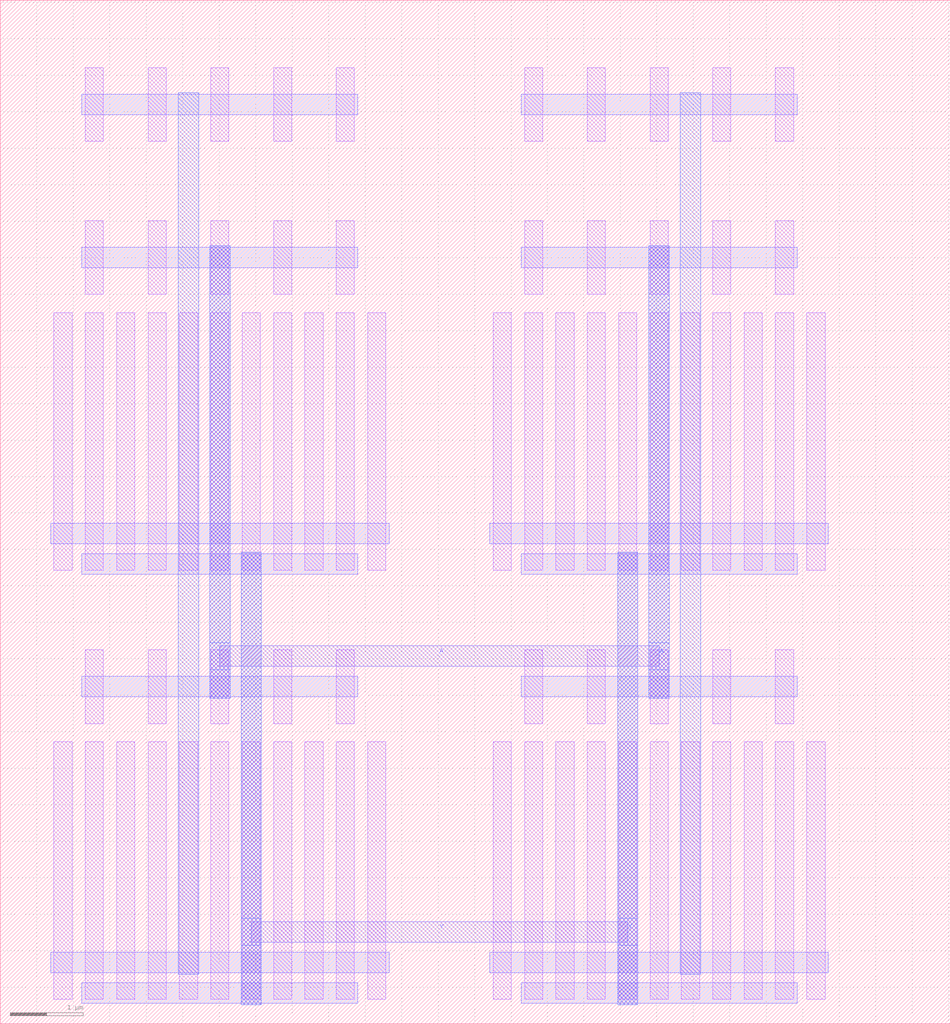
<source format=lef>
MACRO INVERTER
  ORIGIN 0 0 ;
  FOREIGN INVERTER 0 0 ;
  SIZE 13.02 BY 14.03 ;
  PIN Y
    DIRECTION INOUT ;
    USE SIGNAL ;
    PORT 
      LAYER M3 ;
        RECT 3.3 0.26 3.58 6.46 ;
      LAYER M3 ;
        RECT 8.46 0.26 8.74 6.46 ;
      LAYER M3 ;
        RECT 3.3 1.075 3.58 1.445 ;
      LAYER M2 ;
        RECT 3.44 1.12 8.6 1.4 ;
      LAYER M3 ;
        RECT 8.46 1.075 8.74 1.445 ;
    END
  END Y
  PIN A
    DIRECTION INOUT ;
    USE SIGNAL ;
    PORT 
      LAYER M3 ;
        RECT 2.87 4.46 3.15 10.66 ;
      LAYER M3 ;
        RECT 8.89 4.46 9.17 10.66 ;
      LAYER M3 ;
        RECT 2.87 4.855 3.15 5.225 ;
      LAYER M2 ;
        RECT 3.01 4.9 9.03 5.18 ;
      LAYER M3 ;
        RECT 8.89 4.855 9.17 5.225 ;
    END
  END A
  OBS 
  LAYER M1 ;
        RECT 7.185 0.335 7.435 3.865 ;
  LAYER M1 ;
        RECT 7.185 4.115 7.435 5.125 ;
  LAYER M1 ;
        RECT 7.185 6.215 7.435 9.745 ;
  LAYER M1 ;
        RECT 7.185 9.995 7.435 11.005 ;
  LAYER M1 ;
        RECT 7.185 12.095 7.435 13.105 ;
  LAYER M1 ;
        RECT 6.755 0.335 7.005 3.865 ;
  LAYER M1 ;
        RECT 6.755 6.215 7.005 9.745 ;
  LAYER M1 ;
        RECT 7.615 0.335 7.865 3.865 ;
  LAYER M1 ;
        RECT 7.615 6.215 7.865 9.745 ;
  LAYER M1 ;
        RECT 8.045 0.335 8.295 3.865 ;
  LAYER M1 ;
        RECT 8.045 4.115 8.295 5.125 ;
  LAYER M1 ;
        RECT 8.045 6.215 8.295 9.745 ;
  LAYER M1 ;
        RECT 8.045 9.995 8.295 11.005 ;
  LAYER M1 ;
        RECT 8.045 12.095 8.295 13.105 ;
  LAYER M1 ;
        RECT 8.475 0.335 8.725 3.865 ;
  LAYER M1 ;
        RECT 8.475 6.215 8.725 9.745 ;
  LAYER M1 ;
        RECT 8.905 0.335 9.155 3.865 ;
  LAYER M1 ;
        RECT 8.905 4.115 9.155 5.125 ;
  LAYER M1 ;
        RECT 8.905 6.215 9.155 9.745 ;
  LAYER M1 ;
        RECT 8.905 9.995 9.155 11.005 ;
  LAYER M1 ;
        RECT 8.905 12.095 9.155 13.105 ;
  LAYER M1 ;
        RECT 9.335 0.335 9.585 3.865 ;
  LAYER M1 ;
        RECT 9.335 6.215 9.585 9.745 ;
  LAYER M1 ;
        RECT 9.765 0.335 10.015 3.865 ;
  LAYER M1 ;
        RECT 9.765 4.115 10.015 5.125 ;
  LAYER M1 ;
        RECT 9.765 6.215 10.015 9.745 ;
  LAYER M1 ;
        RECT 9.765 9.995 10.015 11.005 ;
  LAYER M1 ;
        RECT 9.765 12.095 10.015 13.105 ;
  LAYER M1 ;
        RECT 10.195 0.335 10.445 3.865 ;
  LAYER M1 ;
        RECT 10.195 6.215 10.445 9.745 ;
  LAYER M1 ;
        RECT 10.625 0.335 10.875 3.865 ;
  LAYER M1 ;
        RECT 10.625 4.115 10.875 5.125 ;
  LAYER M1 ;
        RECT 10.625 6.215 10.875 9.745 ;
  LAYER M1 ;
        RECT 10.625 9.995 10.875 11.005 ;
  LAYER M1 ;
        RECT 10.625 12.095 10.875 13.105 ;
  LAYER M1 ;
        RECT 11.055 0.335 11.305 3.865 ;
  LAYER M1 ;
        RECT 11.055 6.215 11.305 9.745 ;
  LAYER M2 ;
        RECT 7.14 0.28 10.92 0.56 ;
  LAYER M2 ;
        RECT 7.14 4.48 10.92 4.76 ;
  LAYER M2 ;
        RECT 6.71 0.7 11.35 0.98 ;
  LAYER M2 ;
        RECT 7.14 6.16 10.92 6.44 ;
  LAYER M2 ;
        RECT 7.14 10.36 10.92 10.64 ;
  LAYER M2 ;
        RECT 7.14 12.46 10.92 12.74 ;
  LAYER M2 ;
        RECT 6.71 6.58 11.35 6.86 ;
  LAYER M3 ;
        RECT 8.46 0.26 8.74 6.46 ;
  LAYER M3 ;
        RECT 8.89 4.46 9.17 10.66 ;
  LAYER M3 ;
        RECT 9.32 0.68 9.6 12.76 ;
  LAYER M1 ;
        RECT 4.605 0.335 4.855 3.865 ;
  LAYER M1 ;
        RECT 4.605 4.115 4.855 5.125 ;
  LAYER M1 ;
        RECT 4.605 6.215 4.855 9.745 ;
  LAYER M1 ;
        RECT 4.605 9.995 4.855 11.005 ;
  LAYER M1 ;
        RECT 4.605 12.095 4.855 13.105 ;
  LAYER M1 ;
        RECT 5.035 0.335 5.285 3.865 ;
  LAYER M1 ;
        RECT 5.035 6.215 5.285 9.745 ;
  LAYER M1 ;
        RECT 4.175 0.335 4.425 3.865 ;
  LAYER M1 ;
        RECT 4.175 6.215 4.425 9.745 ;
  LAYER M1 ;
        RECT 3.745 0.335 3.995 3.865 ;
  LAYER M1 ;
        RECT 3.745 4.115 3.995 5.125 ;
  LAYER M1 ;
        RECT 3.745 6.215 3.995 9.745 ;
  LAYER M1 ;
        RECT 3.745 9.995 3.995 11.005 ;
  LAYER M1 ;
        RECT 3.745 12.095 3.995 13.105 ;
  LAYER M1 ;
        RECT 3.315 0.335 3.565 3.865 ;
  LAYER M1 ;
        RECT 3.315 6.215 3.565 9.745 ;
  LAYER M1 ;
        RECT 2.885 0.335 3.135 3.865 ;
  LAYER M1 ;
        RECT 2.885 4.115 3.135 5.125 ;
  LAYER M1 ;
        RECT 2.885 6.215 3.135 9.745 ;
  LAYER M1 ;
        RECT 2.885 9.995 3.135 11.005 ;
  LAYER M1 ;
        RECT 2.885 12.095 3.135 13.105 ;
  LAYER M1 ;
        RECT 2.455 0.335 2.705 3.865 ;
  LAYER M1 ;
        RECT 2.455 6.215 2.705 9.745 ;
  LAYER M1 ;
        RECT 2.025 0.335 2.275 3.865 ;
  LAYER M1 ;
        RECT 2.025 4.115 2.275 5.125 ;
  LAYER M1 ;
        RECT 2.025 6.215 2.275 9.745 ;
  LAYER M1 ;
        RECT 2.025 9.995 2.275 11.005 ;
  LAYER M1 ;
        RECT 2.025 12.095 2.275 13.105 ;
  LAYER M1 ;
        RECT 1.595 0.335 1.845 3.865 ;
  LAYER M1 ;
        RECT 1.595 6.215 1.845 9.745 ;
  LAYER M1 ;
        RECT 1.165 0.335 1.415 3.865 ;
  LAYER M1 ;
        RECT 1.165 4.115 1.415 5.125 ;
  LAYER M1 ;
        RECT 1.165 6.215 1.415 9.745 ;
  LAYER M1 ;
        RECT 1.165 9.995 1.415 11.005 ;
  LAYER M1 ;
        RECT 1.165 12.095 1.415 13.105 ;
  LAYER M1 ;
        RECT 0.735 0.335 0.985 3.865 ;
  LAYER M1 ;
        RECT 0.735 6.215 0.985 9.745 ;
  LAYER M2 ;
        RECT 1.12 0.28 4.9 0.56 ;
  LAYER M2 ;
        RECT 1.12 4.48 4.9 4.76 ;
  LAYER M2 ;
        RECT 0.69 0.7 5.33 0.98 ;
  LAYER M2 ;
        RECT 1.12 6.16 4.9 6.44 ;
  LAYER M2 ;
        RECT 1.12 10.36 4.9 10.64 ;
  LAYER M2 ;
        RECT 1.12 12.46 4.9 12.74 ;
  LAYER M2 ;
        RECT 0.69 6.58 5.33 6.86 ;
  LAYER M3 ;
        RECT 3.3 0.26 3.58 6.46 ;
  LAYER M3 ;
        RECT 2.87 4.46 3.15 10.66 ;
  LAYER M3 ;
        RECT 2.44 0.68 2.72 12.76 ;
  END 
END INVERTER

</source>
